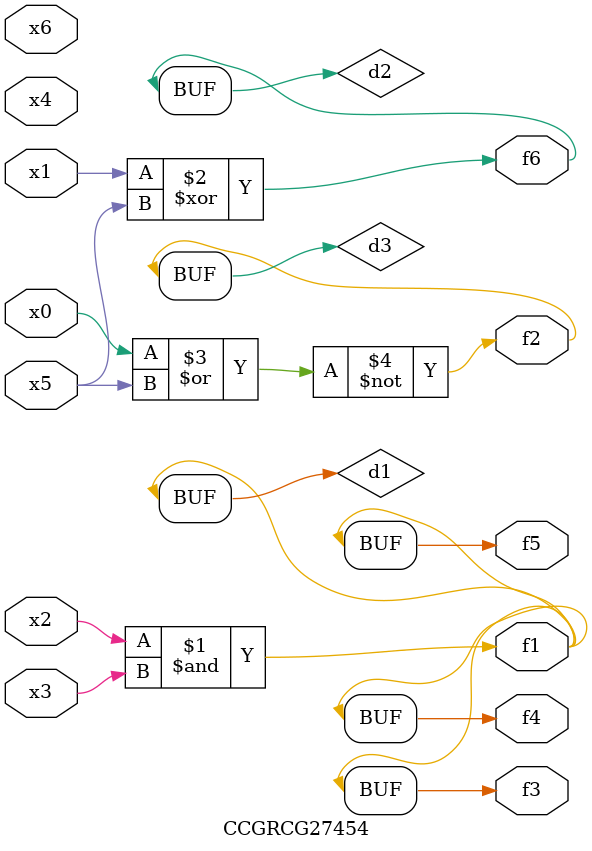
<source format=v>
module CCGRCG27454(
	input x0, x1, x2, x3, x4, x5, x6,
	output f1, f2, f3, f4, f5, f6
);

	wire d1, d2, d3;

	and (d1, x2, x3);
	xor (d2, x1, x5);
	nor (d3, x0, x5);
	assign f1 = d1;
	assign f2 = d3;
	assign f3 = d1;
	assign f4 = d1;
	assign f5 = d1;
	assign f6 = d2;
endmodule

</source>
